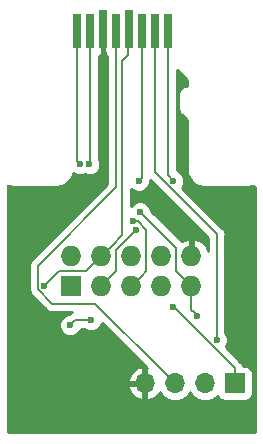
<source format=gbr>
%TF.GenerationSoftware,KiCad,Pcbnew,5.0.2*%
%TF.CreationDate,2019-04-27T21:36:03+08:00*%
%TF.ProjectId,aw-sd-dbg,61772d73-642d-4646-9267-2e6b69636164,rev?*%
%TF.SameCoordinates,Original*%
%TF.FileFunction,Copper,L2,Bot*%
%TF.FilePolarity,Positive*%
%FSLAX46Y46*%
G04 Gerber Fmt 4.6, Leading zero omitted, Abs format (unit mm)*
G04 Created by KiCad (PCBNEW 5.0.2) date 2019年04月27日 星期六 21时36分03秒*
%MOMM*%
%LPD*%
G01*
G04 APERTURE LIST*
%ADD10O,1.727200X1.727200*%
%ADD11R,1.727200X1.727200*%
%ADD12O,1.700000X1.700000*%
%ADD13R,1.700000X1.700000*%
%ADD14R,0.800000X2.900000*%
%ADD15R,0.800000X3.200000*%
%ADD16C,0.600000*%
%ADD17C,0.180000*%
%ADD18C,0.254000*%
%ADD19C,0.300000*%
%ADD20C,0.350000*%
G04 APERTURE END LIST*
D10*
X122682000Y-44577000D03*
X122682000Y-47117000D03*
X120142000Y-44577000D03*
X120142000Y-47117000D03*
X117602000Y-44577000D03*
X117602000Y-47117000D03*
X115062000Y-44577000D03*
X115062000Y-47117000D03*
X112522000Y-44577000D03*
D11*
X112522000Y-47117000D03*
D12*
X118745000Y-55372000D03*
X121285000Y-55372000D03*
X123825000Y-55372000D03*
D13*
X126365000Y-55372000D03*
D14*
X113000000Y-25550000D03*
X114100000Y-25550000D03*
D15*
X115200000Y-25400000D03*
X117400000Y-25400000D03*
D14*
X116300000Y-25550000D03*
X118500000Y-25550000D03*
X119600000Y-25550000D03*
X120700000Y-25550000D03*
D16*
X113265997Y-36830000D03*
X114046000Y-36830000D03*
X107315000Y-38862000D03*
X127889000Y-38862000D03*
X127889000Y-59309000D03*
X107315000Y-59309000D03*
X118237000Y-38227000D03*
X124841000Y-51689000D03*
X121158000Y-38227000D03*
X110236000Y-47117000D03*
X121157998Y-48895000D03*
X123190000Y-49657004D03*
X118341942Y-40871942D03*
X117729000Y-41656000D03*
X112424051Y-50448051D03*
X114173000Y-50038000D03*
X117983000Y-42418000D03*
D17*
X113000000Y-25550000D02*
X113000000Y-36564003D01*
X113000000Y-36564003D02*
X113265997Y-36830000D01*
X114100000Y-25550000D02*
X114100000Y-36776000D01*
X114100000Y-36776000D02*
X114046000Y-36830000D01*
X120435001Y-54522001D02*
X121285000Y-55372000D01*
X109665999Y-47390601D02*
X110916398Y-48641000D01*
X116300000Y-38767000D02*
X109665999Y-45401001D01*
X116300000Y-25550000D02*
X116300000Y-38767000D01*
X109665999Y-45401001D02*
X109665999Y-47390601D01*
X110916398Y-48641000D02*
X114554000Y-48641000D01*
X114554000Y-48641000D02*
X120435001Y-54522001D01*
X118500000Y-37964000D02*
X118237000Y-38227000D01*
X118500000Y-25550000D02*
X118500000Y-37964000D01*
X119600000Y-37512602D02*
X124841000Y-42753602D01*
X119600000Y-25550000D02*
X119600000Y-37512602D01*
X124841000Y-42753602D02*
X124841000Y-51689000D01*
X120700000Y-25550000D02*
X120700000Y-37769000D01*
X120700000Y-37769000D02*
X121158000Y-38227000D01*
X114198401Y-45440599D02*
X115062000Y-44577000D01*
X113792000Y-45847000D02*
X114198401Y-45440599D01*
X110236000Y-47117000D02*
X111506000Y-45847000D01*
X111506000Y-45847000D02*
X113792000Y-45847000D01*
X126365000Y-54102002D02*
X121457997Y-49194999D01*
X126365000Y-55372000D02*
X126365000Y-54102002D01*
X121457997Y-49194999D02*
X121157998Y-48895000D01*
X117348000Y-25452000D02*
X117348000Y-27559000D01*
X115925599Y-43713401D02*
X115062000Y-44577000D01*
X117400000Y-25400000D02*
X117348000Y-25452000D01*
X117348000Y-27559000D02*
X116840000Y-28067000D01*
X116840000Y-42797868D02*
X115925599Y-43712269D01*
X116840000Y-28067000D02*
X116840000Y-42797868D01*
X115925599Y-43712269D02*
X115925599Y-43713401D01*
X122890001Y-49357005D02*
X123190000Y-49657004D01*
X122682000Y-49149004D02*
X122890001Y-49357005D01*
X122682000Y-47117000D02*
X122682000Y-49149004D01*
X118641941Y-41171941D02*
X118341942Y-40871942D01*
X121412000Y-43942000D02*
X118641941Y-41171941D01*
X121412000Y-45847000D02*
X121412000Y-43942000D01*
X122682000Y-47117000D02*
X121412000Y-45847000D01*
X118872000Y-45847000D02*
X118465599Y-46253401D01*
X118872000Y-42374736D02*
X118872000Y-45847000D01*
X118465599Y-46253401D02*
X117602000Y-47117000D01*
X117729000Y-41656000D02*
X118153264Y-41656000D01*
X118153264Y-41656000D02*
X118872000Y-42374736D01*
X112424051Y-50448051D02*
X112834102Y-50038000D01*
X112834102Y-50038000D02*
X113748736Y-50038000D01*
X113748736Y-50038000D02*
X114173000Y-50038000D01*
X116332000Y-45847000D02*
X116332000Y-44069000D01*
X116332000Y-44069000D02*
X117683001Y-42717999D01*
X115062000Y-47117000D02*
X116332000Y-45847000D01*
X117683001Y-42717999D02*
X117983000Y-42418000D01*
D18*
G36*
X115252560Y-27000000D02*
X115301843Y-27247765D01*
X115327000Y-27285415D01*
X115327000Y-27476250D01*
X115485750Y-27635000D01*
X115575000Y-27635000D01*
X115575001Y-38466694D01*
X109203835Y-44837861D01*
X109143304Y-44878307D01*
X109102858Y-44938838D01*
X109102857Y-44938839D01*
X108995376Y-45099695D01*
X108983064Y-45118121D01*
X108940999Y-45329598D01*
X108940999Y-45329601D01*
X108926797Y-45401001D01*
X108940999Y-45472401D01*
X108941000Y-47319196D01*
X108926797Y-47390601D01*
X108983064Y-47673481D01*
X109102857Y-47852763D01*
X109102859Y-47852765D01*
X109143305Y-47913296D01*
X109203835Y-47953741D01*
X110353257Y-49103164D01*
X110393703Y-49163695D01*
X110454234Y-49204141D01*
X110454235Y-49204142D01*
X110478579Y-49220408D01*
X110633517Y-49323935D01*
X110844994Y-49366000D01*
X110844998Y-49366000D01*
X110916397Y-49380202D01*
X110987796Y-49366000D01*
X112534856Y-49366000D01*
X112314780Y-49513051D01*
X112238068Y-49513051D01*
X111894416Y-49655396D01*
X111631396Y-49918416D01*
X111489051Y-50262068D01*
X111489051Y-50634034D01*
X111631396Y-50977686D01*
X111894416Y-51240706D01*
X112238068Y-51383051D01*
X112610034Y-51383051D01*
X112953686Y-51240706D01*
X113216706Y-50977686D01*
X113305632Y-50763000D01*
X113575710Y-50763000D01*
X113643365Y-50830655D01*
X113987017Y-50973000D01*
X114358983Y-50973000D01*
X114702635Y-50830655D01*
X114965655Y-50567635D01*
X115108000Y-50223983D01*
X115108000Y-50220304D01*
X118916209Y-54028514D01*
X118872000Y-54051845D01*
X118872000Y-55245000D01*
X118892000Y-55245000D01*
X118892000Y-55499000D01*
X118872000Y-55499000D01*
X118872000Y-56692155D01*
X119101890Y-56813476D01*
X119511924Y-56643645D01*
X119940183Y-56253358D01*
X120001157Y-56123522D01*
X120214375Y-56442625D01*
X120705582Y-56770839D01*
X121138744Y-56857000D01*
X121431256Y-56857000D01*
X121864418Y-56770839D01*
X122355625Y-56442625D01*
X122555000Y-56144239D01*
X122754375Y-56442625D01*
X123245582Y-56770839D01*
X123678744Y-56857000D01*
X123971256Y-56857000D01*
X124404418Y-56770839D01*
X124895625Y-56442625D01*
X124907816Y-56424381D01*
X124916843Y-56469765D01*
X125057191Y-56679809D01*
X125267235Y-56820157D01*
X125515000Y-56869440D01*
X127215000Y-56869440D01*
X127462765Y-56820157D01*
X127672809Y-56679809D01*
X127813157Y-56469765D01*
X127862440Y-56222000D01*
X127862440Y-54522000D01*
X127813157Y-54274235D01*
X127672809Y-54064191D01*
X127462765Y-53923843D01*
X127215000Y-53874560D01*
X127058962Y-53874560D01*
X127047935Y-53819121D01*
X126887695Y-53579307D01*
X126827164Y-53538861D01*
X125570296Y-52281994D01*
X125633655Y-52218635D01*
X125776000Y-51874983D01*
X125776000Y-51503017D01*
X125633655Y-51159365D01*
X125566000Y-51091710D01*
X125566000Y-42825000D01*
X125580202Y-42753601D01*
X125566000Y-42682202D01*
X125566000Y-42682198D01*
X125523935Y-42470721D01*
X125498034Y-42431957D01*
X125404142Y-42291439D01*
X125404138Y-42291435D01*
X125363694Y-42230907D01*
X125303166Y-42190463D01*
X121909996Y-38797294D01*
X121950655Y-38756635D01*
X122093000Y-38412983D01*
X122093000Y-38041017D01*
X121950655Y-37697365D01*
X121687635Y-37434345D01*
X121425000Y-37325558D01*
X121425000Y-28829090D01*
X122290000Y-29694092D01*
X122290001Y-30178080D01*
X122230074Y-30190000D01*
X122022972Y-30231195D01*
X121788119Y-30388119D01*
X121631195Y-30622972D01*
X121576091Y-30900000D01*
X121590000Y-30969926D01*
X121590001Y-32030071D01*
X121576091Y-32100000D01*
X121613511Y-32288119D01*
X121631196Y-32377028D01*
X121788120Y-32611881D01*
X121847401Y-32651492D01*
X122290000Y-33094091D01*
X122290001Y-37030349D01*
X122279124Y-37056608D01*
X122279123Y-37343390D01*
X122340019Y-37649538D01*
X122340020Y-37649540D01*
X122340020Y-37649541D01*
X122449767Y-37914493D01*
X122623186Y-38174031D01*
X122676156Y-38227000D01*
X122825969Y-38376814D01*
X123085507Y-38550233D01*
X123350459Y-38659980D01*
X123350461Y-38659980D01*
X123350463Y-38659981D01*
X123656610Y-38720877D01*
X123656611Y-38720877D01*
X123727612Y-38735000D01*
X128037048Y-38735000D01*
X128053804Y-38746196D01*
X128065000Y-38762952D01*
X128065001Y-59437046D01*
X128053804Y-59453804D01*
X128037048Y-59465000D01*
X107162952Y-59465000D01*
X107146196Y-59453804D01*
X107135000Y-59437048D01*
X107135000Y-55728892D01*
X117303514Y-55728892D01*
X117549817Y-56253358D01*
X117978076Y-56643645D01*
X118388110Y-56813476D01*
X118618000Y-56692155D01*
X118618000Y-55499000D01*
X117424181Y-55499000D01*
X117303514Y-55728892D01*
X107135000Y-55728892D01*
X107135000Y-55015108D01*
X117303514Y-55015108D01*
X117424181Y-55245000D01*
X118618000Y-55245000D01*
X118618000Y-54051845D01*
X118388110Y-53930524D01*
X117978076Y-54100355D01*
X117549817Y-54490642D01*
X117303514Y-55015108D01*
X107135000Y-55015108D01*
X107135000Y-38762952D01*
X107146196Y-38746196D01*
X107162952Y-38735000D01*
X111272388Y-38735000D01*
X111343389Y-38720877D01*
X111343390Y-38720877D01*
X111649538Y-38659981D01*
X111649540Y-38659980D01*
X111649541Y-38659980D01*
X111914493Y-38550233D01*
X112174031Y-38376814D01*
X112323844Y-38227000D01*
X112376814Y-38174031D01*
X112550233Y-37914493D01*
X112659980Y-37649541D01*
X112659980Y-37649539D01*
X112659981Y-37649537D01*
X112677113Y-37563406D01*
X112736362Y-37622655D01*
X113080014Y-37765000D01*
X113451980Y-37765000D01*
X113655999Y-37680493D01*
X113860017Y-37765000D01*
X114231983Y-37765000D01*
X114575635Y-37622655D01*
X114838655Y-37359635D01*
X114981000Y-37015983D01*
X114981000Y-36644017D01*
X114838655Y-36300365D01*
X114825000Y-36286710D01*
X114825000Y-27635000D01*
X114914250Y-27635000D01*
X115073000Y-27476250D01*
X115073000Y-27285415D01*
X115098157Y-27247765D01*
X115147440Y-27000000D01*
X115147440Y-25253000D01*
X115252560Y-25253000D01*
X115252560Y-27000000D01*
X115252560Y-27000000D01*
G37*
X115252560Y-27000000D02*
X115301843Y-27247765D01*
X115327000Y-27285415D01*
X115327000Y-27476250D01*
X115485750Y-27635000D01*
X115575000Y-27635000D01*
X115575001Y-38466694D01*
X109203835Y-44837861D01*
X109143304Y-44878307D01*
X109102858Y-44938838D01*
X109102857Y-44938839D01*
X108995376Y-45099695D01*
X108983064Y-45118121D01*
X108940999Y-45329598D01*
X108940999Y-45329601D01*
X108926797Y-45401001D01*
X108940999Y-45472401D01*
X108941000Y-47319196D01*
X108926797Y-47390601D01*
X108983064Y-47673481D01*
X109102857Y-47852763D01*
X109102859Y-47852765D01*
X109143305Y-47913296D01*
X109203835Y-47953741D01*
X110353257Y-49103164D01*
X110393703Y-49163695D01*
X110454234Y-49204141D01*
X110454235Y-49204142D01*
X110478579Y-49220408D01*
X110633517Y-49323935D01*
X110844994Y-49366000D01*
X110844998Y-49366000D01*
X110916397Y-49380202D01*
X110987796Y-49366000D01*
X112534856Y-49366000D01*
X112314780Y-49513051D01*
X112238068Y-49513051D01*
X111894416Y-49655396D01*
X111631396Y-49918416D01*
X111489051Y-50262068D01*
X111489051Y-50634034D01*
X111631396Y-50977686D01*
X111894416Y-51240706D01*
X112238068Y-51383051D01*
X112610034Y-51383051D01*
X112953686Y-51240706D01*
X113216706Y-50977686D01*
X113305632Y-50763000D01*
X113575710Y-50763000D01*
X113643365Y-50830655D01*
X113987017Y-50973000D01*
X114358983Y-50973000D01*
X114702635Y-50830655D01*
X114965655Y-50567635D01*
X115108000Y-50223983D01*
X115108000Y-50220304D01*
X118916209Y-54028514D01*
X118872000Y-54051845D01*
X118872000Y-55245000D01*
X118892000Y-55245000D01*
X118892000Y-55499000D01*
X118872000Y-55499000D01*
X118872000Y-56692155D01*
X119101890Y-56813476D01*
X119511924Y-56643645D01*
X119940183Y-56253358D01*
X120001157Y-56123522D01*
X120214375Y-56442625D01*
X120705582Y-56770839D01*
X121138744Y-56857000D01*
X121431256Y-56857000D01*
X121864418Y-56770839D01*
X122355625Y-56442625D01*
X122555000Y-56144239D01*
X122754375Y-56442625D01*
X123245582Y-56770839D01*
X123678744Y-56857000D01*
X123971256Y-56857000D01*
X124404418Y-56770839D01*
X124895625Y-56442625D01*
X124907816Y-56424381D01*
X124916843Y-56469765D01*
X125057191Y-56679809D01*
X125267235Y-56820157D01*
X125515000Y-56869440D01*
X127215000Y-56869440D01*
X127462765Y-56820157D01*
X127672809Y-56679809D01*
X127813157Y-56469765D01*
X127862440Y-56222000D01*
X127862440Y-54522000D01*
X127813157Y-54274235D01*
X127672809Y-54064191D01*
X127462765Y-53923843D01*
X127215000Y-53874560D01*
X127058962Y-53874560D01*
X127047935Y-53819121D01*
X126887695Y-53579307D01*
X126827164Y-53538861D01*
X125570296Y-52281994D01*
X125633655Y-52218635D01*
X125776000Y-51874983D01*
X125776000Y-51503017D01*
X125633655Y-51159365D01*
X125566000Y-51091710D01*
X125566000Y-42825000D01*
X125580202Y-42753601D01*
X125566000Y-42682202D01*
X125566000Y-42682198D01*
X125523935Y-42470721D01*
X125498034Y-42431957D01*
X125404142Y-42291439D01*
X125404138Y-42291435D01*
X125363694Y-42230907D01*
X125303166Y-42190463D01*
X121909996Y-38797294D01*
X121950655Y-38756635D01*
X122093000Y-38412983D01*
X122093000Y-38041017D01*
X121950655Y-37697365D01*
X121687635Y-37434345D01*
X121425000Y-37325558D01*
X121425000Y-28829090D01*
X122290000Y-29694092D01*
X122290001Y-30178080D01*
X122230074Y-30190000D01*
X122022972Y-30231195D01*
X121788119Y-30388119D01*
X121631195Y-30622972D01*
X121576091Y-30900000D01*
X121590000Y-30969926D01*
X121590001Y-32030071D01*
X121576091Y-32100000D01*
X121613511Y-32288119D01*
X121631196Y-32377028D01*
X121788120Y-32611881D01*
X121847401Y-32651492D01*
X122290000Y-33094091D01*
X122290001Y-37030349D01*
X122279124Y-37056608D01*
X122279123Y-37343390D01*
X122340019Y-37649538D01*
X122340020Y-37649540D01*
X122340020Y-37649541D01*
X122449767Y-37914493D01*
X122623186Y-38174031D01*
X122676156Y-38227000D01*
X122825969Y-38376814D01*
X123085507Y-38550233D01*
X123350459Y-38659980D01*
X123350461Y-38659980D01*
X123350463Y-38659981D01*
X123656610Y-38720877D01*
X123656611Y-38720877D01*
X123727612Y-38735000D01*
X128037048Y-38735000D01*
X128053804Y-38746196D01*
X128065000Y-38762952D01*
X128065001Y-59437046D01*
X128053804Y-59453804D01*
X128037048Y-59465000D01*
X107162952Y-59465000D01*
X107146196Y-59453804D01*
X107135000Y-59437048D01*
X107135000Y-55728892D01*
X117303514Y-55728892D01*
X117549817Y-56253358D01*
X117978076Y-56643645D01*
X118388110Y-56813476D01*
X118618000Y-56692155D01*
X118618000Y-55499000D01*
X117424181Y-55499000D01*
X117303514Y-55728892D01*
X107135000Y-55728892D01*
X107135000Y-55015108D01*
X117303514Y-55015108D01*
X117424181Y-55245000D01*
X118618000Y-55245000D01*
X118618000Y-54051845D01*
X118388110Y-53930524D01*
X117978076Y-54100355D01*
X117549817Y-54490642D01*
X117303514Y-55015108D01*
X107135000Y-55015108D01*
X107135000Y-38762952D01*
X107146196Y-38746196D01*
X107162952Y-38735000D01*
X111272388Y-38735000D01*
X111343389Y-38720877D01*
X111343390Y-38720877D01*
X111649538Y-38659981D01*
X111649540Y-38659980D01*
X111649541Y-38659980D01*
X111914493Y-38550233D01*
X112174031Y-38376814D01*
X112323844Y-38227000D01*
X112376814Y-38174031D01*
X112550233Y-37914493D01*
X112659980Y-37649541D01*
X112659980Y-37649539D01*
X112659981Y-37649537D01*
X112677113Y-37563406D01*
X112736362Y-37622655D01*
X113080014Y-37765000D01*
X113451980Y-37765000D01*
X113655999Y-37680493D01*
X113860017Y-37765000D01*
X114231983Y-37765000D01*
X114575635Y-37622655D01*
X114838655Y-37359635D01*
X114981000Y-37015983D01*
X114981000Y-36644017D01*
X114838655Y-36300365D01*
X114825000Y-36286710D01*
X114825000Y-27635000D01*
X114914250Y-27635000D01*
X115073000Y-27476250D01*
X115073000Y-27285415D01*
X115098157Y-27247765D01*
X115147440Y-27000000D01*
X115147440Y-25253000D01*
X115252560Y-25253000D01*
X115252560Y-27000000D01*
G36*
X124116000Y-43053907D02*
X124116000Y-44173235D01*
X123888821Y-43688510D01*
X123456947Y-43294312D01*
X123041026Y-43122042D01*
X122809000Y-43243183D01*
X122809000Y-44450000D01*
X122829000Y-44450000D01*
X122829000Y-44704000D01*
X122809000Y-44704000D01*
X122809000Y-44724000D01*
X122555000Y-44724000D01*
X122555000Y-44704000D01*
X122535000Y-44704000D01*
X122535000Y-44450000D01*
X122555000Y-44450000D01*
X122555000Y-43243183D01*
X122322974Y-43122042D01*
X121907053Y-43294312D01*
X121845657Y-43350352D01*
X119276942Y-40781638D01*
X119276942Y-40685959D01*
X119134597Y-40342307D01*
X118871577Y-40079287D01*
X118527925Y-39936942D01*
X118155959Y-39936942D01*
X117812307Y-40079287D01*
X117565000Y-40326594D01*
X117565000Y-38877290D01*
X117707365Y-39019655D01*
X118051017Y-39162000D01*
X118422983Y-39162000D01*
X118766635Y-39019655D01*
X119029655Y-38756635D01*
X119172000Y-38412983D01*
X119172000Y-38263246D01*
X119182935Y-38246881D01*
X119203846Y-38141752D01*
X124116000Y-43053907D01*
X124116000Y-43053907D01*
G37*
X124116000Y-43053907D02*
X124116000Y-44173235D01*
X123888821Y-43688510D01*
X123456947Y-43294312D01*
X123041026Y-43122042D01*
X122809000Y-43243183D01*
X122809000Y-44450000D01*
X122829000Y-44450000D01*
X122829000Y-44704000D01*
X122809000Y-44704000D01*
X122809000Y-44724000D01*
X122555000Y-44724000D01*
X122555000Y-44704000D01*
X122535000Y-44704000D01*
X122535000Y-44450000D01*
X122555000Y-44450000D01*
X122555000Y-43243183D01*
X122322974Y-43122042D01*
X121907053Y-43294312D01*
X121845657Y-43350352D01*
X119276942Y-40781638D01*
X119276942Y-40685959D01*
X119134597Y-40342307D01*
X118871577Y-40079287D01*
X118527925Y-39936942D01*
X118155959Y-39936942D01*
X117812307Y-40079287D01*
X117565000Y-40326594D01*
X117565000Y-38877290D01*
X117707365Y-39019655D01*
X118051017Y-39162000D01*
X118422983Y-39162000D01*
X118766635Y-39019655D01*
X119029655Y-38756635D01*
X119172000Y-38412983D01*
X119172000Y-38263246D01*
X119182935Y-38246881D01*
X119203846Y-38141752D01*
X124116000Y-43053907D01*
G36*
X112649000Y-44450000D02*
X112669000Y-44450000D01*
X112669000Y-44704000D01*
X112649000Y-44704000D01*
X112649000Y-44724000D01*
X112395000Y-44724000D01*
X112395000Y-44704000D01*
X112375000Y-44704000D01*
X112375000Y-44450000D01*
X112395000Y-44450000D01*
X112395000Y-44430000D01*
X112649000Y-44430000D01*
X112649000Y-44450000D01*
X112649000Y-44450000D01*
G37*
X112649000Y-44450000D02*
X112669000Y-44450000D01*
X112669000Y-44704000D01*
X112649000Y-44704000D01*
X112649000Y-44724000D01*
X112395000Y-44724000D01*
X112395000Y-44704000D01*
X112375000Y-44704000D01*
X112375000Y-44450000D01*
X112395000Y-44450000D01*
X112395000Y-44430000D01*
X112649000Y-44430000D01*
X112649000Y-44450000D01*
D19*
X113265997Y-36830000D03*
X114046000Y-36830000D03*
X107315000Y-38862000D03*
X127889000Y-38862000D03*
X127889000Y-59309000D03*
X107315000Y-59309000D03*
X118237000Y-38227000D03*
X124841000Y-51689000D03*
X121158000Y-38227000D03*
X110236000Y-47117000D03*
X121157998Y-48895000D03*
X123190000Y-49657004D03*
X118341942Y-40871942D03*
X117729000Y-41656000D03*
X112424051Y-50448051D03*
X114173000Y-50038000D03*
X117983000Y-42418000D03*
D20*
X122682000Y-44577000D03*
X122682000Y-47117000D03*
X120142000Y-44577000D03*
X120142000Y-47117000D03*
X117602000Y-44577000D03*
X117602000Y-47117000D03*
X115062000Y-44577000D03*
X115062000Y-47117000D03*
X112522000Y-44577000D03*
X112522000Y-47117000D03*
X118745000Y-55372000D03*
X121285000Y-55372000D03*
X123825000Y-55372000D03*
X126365000Y-55372000D03*
M02*

</source>
